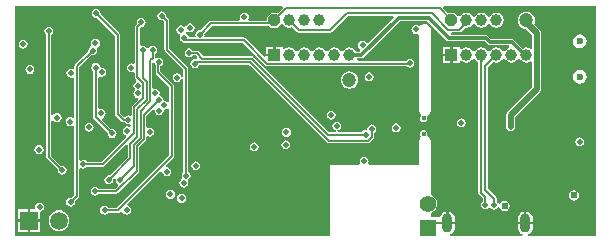
<source format=gbr>
%TF.GenerationSoftware,Altium Limited,Altium Designer,19.0.15 (446)*%
G04 Layer_Physical_Order=2*
G04 Layer_Color=14461039*
%FSLAX26Y26*%
%MOIN*%
%TF.FileFunction,Copper,L2,Inr,Signal*%
%TF.Part,Single*%
G01*
G75*
%TA.AperFunction,Conductor*%
%ADD54C,0.008000*%
%ADD57C,0.010000*%
%ADD58C,0.007874*%
%ADD60C,0.006000*%
%ADD61C,0.007992*%
%ADD63C,0.020000*%
%ADD64C,0.006063*%
%TA.AperFunction,ComponentPad*%
%ADD67C,0.039370*%
G04:AMPARAMS|DCode=68|XSize=39mil|YSize=39mil|CornerRadius=0mil|HoleSize=0mil|Usage=FLASHONLY|Rotation=0.000|XOffset=0mil|YOffset=0mil|HoleType=Round|Shape=Octagon|*
%AMOCTAGOND68*
4,1,8,0.019500,-0.009750,0.019500,0.009750,0.009750,0.019500,-0.009750,0.019500,-0.019500,0.009750,-0.019500,-0.009750,-0.009750,-0.019500,0.009750,-0.019500,0.019500,-0.009750,0.0*
%
%ADD68OCTAGOND68*%

%ADD69C,0.023622*%
%ADD70O,0.035433X0.062992*%
%TA.AperFunction,WasherPad*%
%ADD71C,0.015000*%
%TA.AperFunction,ComponentPad*%
%ADD72R,0.039000X0.039000*%
%ADD73C,0.059055*%
%ADD74R,0.059055X0.059055*%
%ADD75C,0.047244*%
%ADD76C,0.055118*%
%ADD77R,0.055118X0.055118*%
%TA.AperFunction,ViaPad*%
%ADD78C,0.024000*%
%ADD79C,0.019685*%
%ADD80C,0.025984*%
%TA.AperFunction,Conductor*%
%ADD81C,0.025000*%
%ADD82C,0.012008*%
G36*
X1275242Y738908D02*
X1189489Y653155D01*
X1182771Y654922D01*
X1180526Y658280D01*
X1175643Y661544D01*
X1169882Y662689D01*
X1164122Y661544D01*
X1159238Y658280D01*
X1155975Y653397D01*
X1154829Y647636D01*
X1155975Y641876D01*
X1159238Y636992D01*
X1161448Y635516D01*
X1162603Y629095D01*
X1159466Y625312D01*
X1148135D01*
X1143724Y631913D01*
X1135585Y637352D01*
X1125984Y639261D01*
X1116383Y637352D01*
X1108244Y631913D01*
X1104354Y626091D01*
X1097614D01*
X1093724Y631913D01*
X1085585Y637352D01*
X1081507Y638163D01*
X1079855Y639267D01*
X1075984Y640037D01*
X1072113Y639267D01*
X1070461Y638163D01*
X1066383Y637352D01*
X1058244Y631913D01*
X1054354Y626091D01*
X1047614D01*
X1043724Y631913D01*
X1035585Y637352D01*
X1025984Y639261D01*
X1016383Y637352D01*
X1008244Y631913D01*
X1004354Y626091D01*
X997615D01*
X993724Y631913D01*
X985585Y637352D01*
X975984Y639261D01*
X966383Y637352D01*
X958244Y631913D01*
X954354Y626091D01*
X947615D01*
X943724Y631913D01*
X935585Y637352D01*
X925984Y639261D01*
X916383Y637352D01*
X909358Y632658D01*
X903358Y634579D01*
Y641547D01*
X879921D01*
Y614173D01*
X875984D01*
Y610236D01*
X847650D01*
X843067Y608338D01*
X781478Y669927D01*
X778527Y671898D01*
X775046Y672591D01*
X646123D01*
X642484Y678591D01*
X643213Y682258D01*
X642850Y684084D01*
X669156Y710391D01*
X858883D01*
X863774Y705500D01*
X888195D01*
X898564Y715869D01*
X905695Y715995D01*
X908244Y712181D01*
X916383Y706742D01*
X925984Y704833D01*
X935585Y706742D01*
X936017Y707031D01*
X951254Y691794D01*
X954203Y689823D01*
X957683Y689131D01*
X1062004D01*
X1065484Y689823D01*
X1068433Y691794D01*
X1121091Y744451D01*
X1272946D01*
X1275242Y738908D01*
D02*
G37*
G36*
X902086Y777367D02*
X904572Y771367D01*
X887548Y754342D01*
X863774D01*
X851563Y742132D01*
Y728583D01*
X792896D01*
X789688Y734583D01*
X790089Y735183D01*
X791235Y740943D01*
X790089Y746704D01*
X786826Y751587D01*
X781943Y754851D01*
X776182Y755996D01*
X770422Y754851D01*
X765538Y751587D01*
X762275Y746704D01*
X761129Y740943D01*
X762275Y735183D01*
X762676Y734583D01*
X759469Y728583D01*
X665388D01*
X661907Y727890D01*
X658956Y725919D01*
X629986Y696948D01*
X628160Y697311D01*
X622399Y696166D01*
X617516Y692903D01*
X614253Y688019D01*
X613107Y682258D01*
X613837Y678591D01*
X610197Y672591D01*
X590648D01*
X590017Y675760D01*
X586754Y680644D01*
X581871Y683907D01*
X580268Y689952D01*
X580525Y690445D01*
X587706Y692222D01*
X589517Y691013D01*
X595277Y689867D01*
X601038Y691013D01*
X605921Y694276D01*
X609184Y699159D01*
X610330Y704920D01*
X609184Y710680D01*
X605921Y715564D01*
X601038Y718827D01*
X595277Y719973D01*
X589517Y718827D01*
X584633Y715564D01*
X581370Y710680D01*
X581185Y709750D01*
X574819Y708477D01*
X569935Y711740D01*
X564175Y712886D01*
X558414Y711740D01*
X553531Y708477D01*
X550268Y703594D01*
X549122Y697833D01*
X550268Y692073D01*
X553531Y687189D01*
X558414Y683926D01*
X560205Y683570D01*
X562966Y676903D01*
X562203Y675760D01*
X561057Y670000D01*
X562203Y664239D01*
X565466Y659356D01*
X570350Y656093D01*
X576110Y654947D01*
X578364Y655395D01*
X578819Y655091D01*
X582300Y654399D01*
X771278D01*
X846542Y579135D01*
X849493Y577163D01*
X852974Y576471D01*
X1317321D01*
X1321991Y573350D01*
X1327752Y572204D01*
X1333512Y573350D01*
X1338396Y576613D01*
X1341659Y581496D01*
X1342805Y587257D01*
X1341659Y593017D01*
X1338396Y597901D01*
X1333512Y601164D01*
X1327752Y602310D01*
X1321991Y601164D01*
X1317108Y597901D01*
X1314944Y594663D01*
X1154065D01*
X1150666Y600663D01*
X1152087Y603034D01*
X1166261D01*
X1170524Y603882D01*
X1174137Y606297D01*
X1295284Y727443D01*
X1385421D01*
X1404826Y708038D01*
X1449497Y663367D01*
X1453111Y660952D01*
X1457374Y660105D01*
X1576275D01*
X1586792Y649588D01*
X1590406Y647173D01*
X1594669Y646325D01*
X1657722D01*
X1659500Y643980D01*
X1656987Y637362D01*
X1656935Y637352D01*
X1648795Y631913D01*
X1644905Y626091D01*
X1638166D01*
X1634276Y631913D01*
X1626136Y637352D01*
X1616535Y639261D01*
X1606935Y637352D01*
X1598795Y631913D01*
X1594905Y626091D01*
X1588166D01*
X1584276Y631913D01*
X1576136Y637352D01*
X1566535Y639261D01*
X1556935Y637352D01*
X1548795Y631913D01*
X1544905Y626091D01*
X1538166D01*
X1534276Y631913D01*
X1526136Y637352D01*
X1516535Y639261D01*
X1506935Y637352D01*
X1499909Y632658D01*
X1493909Y634579D01*
Y641547D01*
X1470472D01*
Y614173D01*
Y586799D01*
X1493909D01*
Y593767D01*
X1499909Y595688D01*
X1506935Y590994D01*
X1516535Y589085D01*
X1526136Y590994D01*
X1534276Y596433D01*
X1538166Y602255D01*
X1544905D01*
X1548795Y596433D01*
X1555236Y592130D01*
X1555615Y590223D01*
X1555864Y589850D01*
Y154247D01*
X1556557Y150766D01*
X1558529Y147815D01*
X1570038Y136306D01*
Y126639D01*
X1568490Y125605D01*
X1565227Y120721D01*
X1564081Y114961D01*
X1565227Y109200D01*
X1568490Y104317D01*
X1573373Y101053D01*
X1579134Y99908D01*
X1584894Y101053D01*
X1589778Y104317D01*
X1590013Y104669D01*
X1597229D01*
X1598017Y103490D01*
X1602901Y100227D01*
X1608661Y99081D01*
X1614422Y100227D01*
X1619305Y103490D01*
X1621151Y106251D01*
X1627520Y104984D01*
X1627761Y103773D01*
X1631501Y98176D01*
X1637098Y94436D01*
X1643701Y93123D01*
X1650303Y94436D01*
X1655900Y98176D01*
X1659640Y103773D01*
X1660953Y110376D01*
X1659640Y116978D01*
X1655900Y122575D01*
X1650303Y126315D01*
X1643701Y127628D01*
X1637098Y126315D01*
X1631501Y122575D01*
X1628921Y118714D01*
X1622629Y119591D01*
X1622569Y119894D01*
X1619305Y124778D01*
X1617757Y125812D01*
Y134912D01*
X1617065Y138393D01*
X1615093Y141344D01*
X1587049Y169388D01*
Y574185D01*
X1605091Y592227D01*
X1606935Y590994D01*
X1616535Y589085D01*
X1626136Y590994D01*
X1634276Y596433D01*
X1638166Y602255D01*
X1644905D01*
X1648795Y596433D01*
X1656935Y590994D01*
X1666535Y589085D01*
X1676136Y590994D01*
X1684276Y596433D01*
X1688166Y602255D01*
X1694905D01*
X1698795Y596433D01*
X1706935Y590994D01*
X1716535Y589085D01*
X1726136Y590994D01*
X1729928Y593528D01*
X1735928Y590321D01*
Y507995D01*
X1653809Y425876D01*
X1650511Y420940D01*
X1649353Y415118D01*
Y380343D01*
X1648330Y375196D01*
X1649475Y369436D01*
X1652738Y364552D01*
X1657622Y361289D01*
X1663382Y360143D01*
X1669143Y361289D01*
X1674027Y364552D01*
X1674269Y364915D01*
X1675324Y365620D01*
X1678622Y370556D01*
X1679781Y376378D01*
Y408816D01*
X1761899Y490935D01*
X1765197Y495871D01*
X1766355Y501693D01*
Y687549D01*
X1765197Y693371D01*
X1761899Y698307D01*
X1742130Y718076D01*
X1743950Y722470D01*
X1744931Y729921D01*
X1743950Y737373D01*
X1741074Y744316D01*
X1736499Y750279D01*
X1730536Y754854D01*
X1723593Y757730D01*
X1716142Y758711D01*
X1708690Y757730D01*
X1701747Y754854D01*
X1695784Y750279D01*
X1691209Y744316D01*
X1688333Y737373D01*
X1687352Y729921D01*
X1688333Y722470D01*
X1691209Y715527D01*
X1695784Y709564D01*
X1701747Y704989D01*
X1708690Y702113D01*
X1716029Y701146D01*
X1735928Y681247D01*
Y638025D01*
X1729928Y634818D01*
X1726136Y637352D01*
X1716535Y639261D01*
X1706935Y637352D01*
X1704251Y635559D01*
X1674469Y665341D01*
X1670855Y667756D01*
X1666592Y668604D01*
X1599283D01*
X1588766Y679120D01*
X1585152Y681535D01*
X1580889Y682383D01*
X1466582D01*
X1465684Y683727D01*
X1468891Y689727D01*
X1492126D01*
X1495605Y690419D01*
X1498555Y692390D01*
X1511917Y705751D01*
X1516535Y704833D01*
X1526136Y706742D01*
X1534276Y712181D01*
X1538166Y718003D01*
X1544905D01*
X1548795Y712181D01*
X1556935Y706742D01*
X1566535Y704833D01*
X1576136Y706742D01*
X1584276Y712181D01*
X1588166Y718003D01*
X1594905D01*
X1598795Y712181D01*
X1606935Y706742D01*
X1616535Y704833D01*
X1626136Y706742D01*
X1634276Y712181D01*
X1639714Y720320D01*
X1641624Y729921D01*
X1639714Y739522D01*
X1634276Y747661D01*
X1626136Y753100D01*
X1616535Y755010D01*
X1606935Y753100D01*
X1598795Y747661D01*
X1594905Y741839D01*
X1588166D01*
X1584276Y747661D01*
X1576136Y753100D01*
X1566535Y755010D01*
X1556935Y753100D01*
X1548795Y747661D01*
X1544905Y741839D01*
X1538166D01*
X1534276Y747661D01*
X1526136Y753100D01*
X1516535Y755010D01*
X1506935Y753100D01*
X1498795Y747661D01*
X1496246Y743847D01*
X1489115Y743973D01*
X1478746Y754342D01*
X1454972D01*
X1437948Y771367D01*
X1440433Y777367D01*
X1948627D01*
Y10035D01*
X1722900D01*
X1721707Y16035D01*
X1725504Y17608D01*
X1730850Y21709D01*
X1734952Y27055D01*
X1737530Y33280D01*
X1738410Y39961D01*
Y49803D01*
X1712599D01*
X1686787D01*
Y39961D01*
X1687667Y33280D01*
X1690245Y27055D01*
X1694347Y21709D01*
X1699693Y17608D01*
X1703490Y16035D01*
X1702296Y10035D01*
X1463058D01*
X1461864Y16035D01*
X1465661Y17608D01*
X1471007Y21709D01*
X1475109Y27055D01*
X1477688Y33280D01*
X1478567Y39961D01*
Y49803D01*
X1452756D01*
Y53740D01*
X1448819D01*
Y92813D01*
X1446075Y92451D01*
X1439850Y89873D01*
X1434505Y85771D01*
X1430403Y80425D01*
X1427824Y74200D01*
X1422047Y74016D01*
Y74016D01*
X1399283D01*
Y88201D01*
X1402995Y89739D01*
X1409779Y94945D01*
X1414986Y101730D01*
X1418258Y109631D01*
X1419375Y118110D01*
X1418258Y126589D01*
X1414986Y134490D01*
X1409779Y141275D01*
X1402995Y146482D01*
X1399283Y148019D01*
Y247269D01*
X1397830D01*
X1397830Y324498D01*
X1397831Y326457D01*
X1397486Y328193D01*
X1397067Y330297D01*
X1397067Y330297D01*
X1395569Y333915D01*
X1395569Y333916D01*
X1394206Y335956D01*
X1393394Y337171D01*
X1390625Y339941D01*
X1390624Y339941D01*
X1390624Y339941D01*
X1388601Y341294D01*
X1387369Y342116D01*
X1385432Y347122D01*
X1386396Y351969D01*
X1385432Y356815D01*
X1382686Y360924D01*
X1378578Y363669D01*
X1373731Y364633D01*
X1368885Y363669D01*
X1364776Y360924D01*
X1362031Y356815D01*
X1361067Y351969D01*
X1362031Y347122D01*
X1364776Y343013D01*
X1362595Y337255D01*
X1362511Y337171D01*
X1360336Y333915D01*
X1358838Y330296D01*
X1358838Y330296D01*
X1358837Y330295D01*
X1358508Y328636D01*
X1358074Y326456D01*
X1358074Y326455D01*
X1358074Y326455D01*
X1358075Y324497D01*
Y247269D01*
X1191767D01*
X1188560Y253269D01*
X1189104Y254083D01*
X1190250Y259844D01*
X1189104Y265604D01*
X1185841Y270488D01*
X1180957Y273751D01*
X1175197Y274897D01*
X1169436Y273751D01*
X1164553Y270488D01*
X1161290Y265604D01*
X1160144Y259844D01*
X1161290Y254083D01*
X1161834Y253269D01*
X1158627Y247269D01*
X1062130D01*
Y10035D01*
X10035Y10035D01*
Y777367D01*
X902086D01*
D02*
G37*
%LPC*%
G36*
X872047Y641547D02*
X848610D01*
Y618110D01*
X872047D01*
Y641547D01*
D02*
G37*
G36*
X1378916Y718167D02*
X1375000Y717971D01*
X1371203Y717016D01*
X1367660Y715337D01*
X1364517Y713001D01*
X1364198Y712648D01*
X1359741Y710785D01*
X1356025Y711982D01*
X1353674Y713553D01*
X1347913Y714699D01*
X1342153Y713553D01*
X1337269Y710290D01*
X1334006Y705406D01*
X1332860Y699646D01*
X1334006Y693885D01*
X1337269Y689001D01*
X1342153Y685738D01*
X1347913Y684593D01*
X1352074Y685420D01*
X1358074Y682012D01*
X1358074Y433072D01*
X1358074Y431114D01*
X1358074Y431114D01*
X1358074Y431113D01*
X1358453Y429205D01*
X1358837Y427274D01*
X1358837Y427274D01*
X1358837Y427273D01*
X1360335Y423655D01*
X1360335Y423655D01*
X1360336Y423654D01*
X1361428Y422019D01*
X1362510Y420399D01*
X1362511Y420399D01*
X1362511Y420399D01*
X1364068Y418842D01*
X1364785Y412105D01*
X1364252Y411308D01*
X1362040Y407996D01*
X1361076Y403150D01*
X1362040Y398303D01*
X1364785Y394194D01*
X1368894Y391449D01*
X1373740Y390485D01*
X1378587Y391449D01*
X1382695Y394194D01*
X1385441Y398303D01*
X1386405Y403150D01*
X1385441Y407996D01*
X1385246Y408287D01*
X1385191Y408498D01*
X1387369Y415453D01*
X1387369Y415454D01*
X1390624Y417629D01*
X1393393Y420399D01*
X1395568Y423654D01*
X1397067Y427273D01*
X1397830Y431113D01*
X1397830Y433068D01*
X1397830Y433070D01*
X1397831Y698695D01*
X1397781Y698945D01*
X1397818Y699196D01*
X1397720Y701154D01*
X1396766Y704952D01*
X1395086Y708495D01*
X1392751Y711638D01*
X1389843Y714269D01*
X1386483Y716279D01*
X1382790Y717596D01*
X1382219Y717681D01*
X1378916Y718167D01*
D02*
G37*
G36*
X1893701Y682530D02*
X1884868Y680773D01*
X1877380Y675770D01*
X1872377Y668282D01*
X1870620Y659449D01*
X1872377Y650616D01*
X1877380Y643128D01*
X1884868Y638124D01*
X1893701Y636367D01*
X1902534Y638124D01*
X1910022Y643128D01*
X1915025Y650616D01*
X1916782Y659449D01*
X1915025Y668282D01*
X1910022Y675770D01*
X1902534Y680773D01*
X1893701Y682530D01*
D02*
G37*
G36*
X38386Y665801D02*
X32625Y664655D01*
X27742Y661392D01*
X24479Y656508D01*
X23333Y650748D01*
X24479Y644987D01*
X27742Y640104D01*
X32625Y636841D01*
X38386Y635695D01*
X44146Y636841D01*
X49030Y640104D01*
X52293Y644987D01*
X53439Y650748D01*
X52293Y656508D01*
X49030Y661392D01*
X44146Y664655D01*
X38386Y665801D01*
D02*
G37*
G36*
X1462598Y641547D02*
X1439161D01*
Y618110D01*
X1462598D01*
Y641547D01*
D02*
G37*
G36*
X282427Y768042D02*
X276667Y766897D01*
X271783Y763634D01*
X268520Y758750D01*
X267374Y752989D01*
X268520Y747229D01*
X271783Y742345D01*
X276667Y739082D01*
X282427Y737936D01*
X285456Y738539D01*
X345799Y678196D01*
Y418124D01*
X346414Y415033D01*
X348165Y412413D01*
X368632Y391946D01*
X371252Y390195D01*
X374343Y389581D01*
X377356D01*
X379072Y387013D01*
X383955Y383750D01*
X389716Y382604D01*
X392888Y383235D01*
X397996Y379483D01*
X397947Y376878D01*
X392227Y374034D01*
X391251Y374686D01*
X385491Y375832D01*
X379730Y374686D01*
X374846Y371423D01*
X371583Y366539D01*
X370438Y360779D01*
X371583Y355018D01*
X374846Y350134D01*
X379730Y346871D01*
X380425Y346733D01*
X382401Y340223D01*
X300254Y258076D01*
X252237D01*
X250522Y260644D01*
X245638Y263907D01*
X239877Y265053D01*
X234117Y263907D01*
X231586Y262216D01*
X225586Y265164D01*
Y572516D01*
X267587Y614517D01*
X270616Y613915D01*
X276376Y615060D01*
X281260Y618323D01*
X284523Y623207D01*
X285669Y628968D01*
X284523Y634728D01*
X287450Y641148D01*
X290118Y642931D01*
X293382Y647815D01*
X294527Y653575D01*
X293382Y659336D01*
X290118Y664219D01*
X285235Y667482D01*
X279474Y668628D01*
X273714Y667482D01*
X268830Y664219D01*
X265567Y659336D01*
X264421Y653575D01*
X265567Y647815D01*
X262640Y641395D01*
X259972Y639612D01*
X256709Y634728D01*
X255563Y628968D01*
X256165Y625939D01*
X211799Y581573D01*
X210048Y578953D01*
X209433Y575862D01*
Y570898D01*
X203603Y567587D01*
X203433Y567615D01*
X197835Y568729D01*
X192074Y567583D01*
X187190Y564320D01*
X183927Y559436D01*
X182782Y553676D01*
X183927Y547915D01*
X187190Y543032D01*
X192074Y539768D01*
X197835Y538623D01*
X203433Y539736D01*
X203603Y539764D01*
X209433Y536453D01*
Y407934D01*
X203433Y404727D01*
X201331Y406132D01*
X195571Y407278D01*
X189810Y406132D01*
X184927Y402869D01*
X181663Y397985D01*
X180518Y392225D01*
X181663Y386464D01*
X184927Y381581D01*
X189810Y378317D01*
X195571Y377172D01*
X201331Y378317D01*
X203433Y379722D01*
X209433Y376515D01*
Y147639D01*
X199879Y138085D01*
X196850Y138687D01*
X191090Y137542D01*
X186206Y134278D01*
X182943Y129395D01*
X181797Y123634D01*
X182943Y117874D01*
X186206Y112990D01*
X191090Y109727D01*
X196850Y108581D01*
X202611Y109727D01*
X207494Y112990D01*
X210758Y117874D01*
X211903Y123634D01*
X211301Y126663D01*
X223221Y138583D01*
X224972Y141203D01*
X225586Y144294D01*
Y234836D01*
X231586Y237784D01*
X234117Y236093D01*
X239877Y234947D01*
X245638Y236093D01*
X250522Y239356D01*
X252237Y241923D01*
X303600D01*
X306690Y242538D01*
X309311Y244289D01*
X382184Y317163D01*
X388184Y314677D01*
Y273541D01*
X327101Y212458D01*
X324110Y213053D01*
X318350Y211907D01*
X313466Y208644D01*
X310203Y203760D01*
X309057Y198000D01*
X310203Y192239D01*
X313466Y187356D01*
X318350Y184093D01*
X324110Y182947D01*
X329871Y184093D01*
X334754Y187356D01*
X338017Y192239D01*
X339163Y198000D01*
X338706Y200300D01*
X342522Y203815D01*
X347679Y201127D01*
X347057Y198000D01*
X348203Y192239D01*
X351466Y187356D01*
X354592Y185267D01*
X356267Y178457D01*
X346320Y168510D01*
X290903D01*
X289187Y171077D01*
X284304Y174340D01*
X278543Y175486D01*
X272783Y174340D01*
X267899Y171077D01*
X264636Y166194D01*
X263490Y160433D01*
X264636Y154673D01*
X267899Y149789D01*
X272783Y146526D01*
X278543Y145380D01*
X284304Y146526D01*
X289187Y149789D01*
X290903Y152357D01*
X349665D01*
X352756Y152971D01*
X355376Y154722D01*
X423878Y223224D01*
X425629Y225844D01*
X426244Y228935D01*
Y306465D01*
X446564Y326785D01*
X448315Y329405D01*
X448930Y332496D01*
Y340117D01*
X454825Y343394D01*
X460586Y342248D01*
X466346Y343394D01*
X471230Y346657D01*
X474493Y351540D01*
X475639Y357301D01*
X474493Y363061D01*
X471230Y367945D01*
X466346Y371208D01*
X460586Y372354D01*
X454825Y371208D01*
X448930Y374485D01*
Y410925D01*
X471844Y433840D01*
X477374Y430884D01*
X477030Y429155D01*
X478176Y423394D01*
X481439Y418511D01*
X486323Y415248D01*
X492083Y414102D01*
X497844Y415248D01*
X502727Y418511D01*
X505990Y423394D01*
X507136Y429155D01*
X509801Y431819D01*
X515561Y432965D01*
X519687Y435722D01*
X522877Y434858D01*
X525687Y433274D01*
Y279235D01*
X350985Y104533D01*
X322631D01*
X320916Y107101D01*
X316032Y110364D01*
X310272Y111510D01*
X304511Y110364D01*
X299627Y107101D01*
X296364Y102217D01*
X295219Y96457D01*
X296364Y90696D01*
X299627Y85812D01*
X304511Y82549D01*
X310272Y81404D01*
X316032Y82549D01*
X320916Y85812D01*
X322631Y88380D01*
X354331D01*
X357421Y88995D01*
X360041Y90746D01*
X362827Y93531D01*
X369337Y91556D01*
X369508Y90696D01*
X372771Y85812D01*
X377655Y82549D01*
X383415Y81404D01*
X389176Y82549D01*
X394060Y85812D01*
X397323Y90696D01*
X398468Y96457D01*
X397323Y102217D01*
X394060Y107101D01*
X389176Y110364D01*
X388316Y110535D01*
X386341Y117045D01*
X497596Y228300D01*
X503126Y225345D01*
X503057Y225000D01*
X504203Y219239D01*
X507466Y214356D01*
X512350Y211093D01*
X518110Y209947D01*
X523871Y211093D01*
X528754Y214356D01*
X532017Y219239D01*
X533163Y225000D01*
X532017Y230760D01*
X528754Y235644D01*
X523871Y238907D01*
X518110Y240053D01*
X517766Y239984D01*
X514810Y245514D01*
X539475Y270179D01*
X541225Y272799D01*
X541840Y275890D01*
Y511085D01*
X541225Y514176D01*
X539475Y516796D01*
X496187Y560084D01*
Y575979D01*
X496760Y576093D01*
X501644Y579356D01*
X504907Y584240D01*
X506053Y590000D01*
X504907Y595760D01*
X501644Y600644D01*
X496760Y603907D01*
X491000Y605053D01*
X485240Y603907D01*
X483777Y602930D01*
X480480Y604388D01*
X478154Y606389D01*
Y618348D01*
X480722Y620063D01*
X483985Y624947D01*
X485131Y630707D01*
X483985Y636468D01*
X480722Y641351D01*
X475838Y644615D01*
X470078Y645760D01*
X464317Y644615D01*
X459434Y641351D01*
X456795Y637403D01*
X453841Y636811D01*
X453666Y636807D01*
X450214Y637275D01*
X447652Y641109D01*
X442768Y644372D01*
X437008Y645518D01*
X433321Y644784D01*
X427320Y648415D01*
Y703070D01*
X431851Y707570D01*
X437611Y708716D01*
X442495Y711979D01*
X445758Y716862D01*
X446904Y722623D01*
X445758Y728383D01*
X442495Y733267D01*
X437611Y736530D01*
X431851Y737676D01*
X426090Y736530D01*
X421207Y733267D01*
X417943Y728383D01*
X416798Y722623D01*
X417638Y718398D01*
X413533Y714293D01*
X411782Y711673D01*
X411168Y708582D01*
Y588950D01*
X405388Y585620D01*
X405168Y585649D01*
X399608Y586754D01*
X393848Y585609D01*
X388964Y582345D01*
X385701Y577462D01*
X384555Y571701D01*
X385701Y565941D01*
X388964Y561057D01*
X393848Y557794D01*
X399608Y556648D01*
X405168Y557754D01*
X405388Y557783D01*
X411168Y554452D01*
Y539912D01*
X411782Y536821D01*
X413533Y534201D01*
X416252Y531482D01*
X414430Y524818D01*
X410931Y522480D01*
X407668Y517596D01*
X406522Y511836D01*
X407668Y506075D01*
X410931Y501192D01*
X410935Y501189D01*
Y496888D01*
X407671Y492005D01*
X406526Y486244D01*
X407671Y480483D01*
X410935Y475600D01*
X415818Y472337D01*
X420069Y471491D01*
X422162Y467212D01*
X422432Y465369D01*
X402315Y445253D01*
X400565Y442632D01*
X399950Y439542D01*
Y415242D01*
X393950Y411868D01*
X389716Y412710D01*
X383955Y411564D01*
X379072Y408301D01*
X375475Y407947D01*
X361952Y421469D01*
Y681541D01*
X361337Y684632D01*
X359587Y687252D01*
X296878Y749961D01*
X297480Y752989D01*
X296334Y758750D01*
X293071Y763634D01*
X288188Y766897D01*
X282427Y768042D01*
D02*
G37*
G36*
X592110Y636053D02*
X586350Y634907D01*
X581466Y631644D01*
X578203Y626760D01*
X577057Y621000D01*
X578203Y615239D01*
X581466Y610356D01*
X586350Y607093D01*
X592110Y605947D01*
X597871Y607093D01*
X602754Y610356D01*
X604470Y612923D01*
X614328D01*
X619431Y607820D01*
X618273Y600493D01*
X616783Y599733D01*
X611022Y600879D01*
X605262Y599733D01*
X600378Y596470D01*
X597115Y591586D01*
X595969Y585826D01*
X597115Y580065D01*
X600378Y575182D01*
X605262Y571918D01*
X611022Y570773D01*
X616783Y571918D01*
X621667Y575182D01*
X624930Y580065D01*
X625409Y582475D01*
X791930D01*
X1051370Y323035D01*
X1053990Y321284D01*
X1057081Y320670D01*
X1188729D01*
X1191820Y321284D01*
X1194440Y323035D01*
X1206082Y334677D01*
X1207833Y337297D01*
X1208448Y340388D01*
Y355593D01*
X1211389Y357559D01*
X1214652Y362442D01*
X1215798Y368203D01*
X1214652Y373963D01*
X1211389Y378847D01*
X1206506Y382110D01*
X1200745Y383256D01*
X1194985Y382110D01*
X1190101Y378847D01*
X1186838Y373963D01*
X1185692Y368203D01*
X1180497Y363673D01*
X1174737Y362527D01*
X1169853Y359264D01*
X1168138Y356697D01*
X1087105D01*
X1086514Y362696D01*
X1090406Y363471D01*
X1095290Y366734D01*
X1098553Y371617D01*
X1099699Y377378D01*
X1098553Y383138D01*
X1095290Y388022D01*
X1090406Y391285D01*
X1084646Y392431D01*
X1078885Y391285D01*
X1074002Y388022D01*
X1070738Y383138D01*
X1069593Y377378D01*
X1070738Y371617D01*
X1074002Y366734D01*
X1078885Y363471D01*
X1082777Y362696D01*
X1082186Y356697D01*
X1057322D01*
X805898Y608120D01*
X803278Y609871D01*
X800187Y610486D01*
X639609D01*
X623384Y626711D01*
X620764Y628462D01*
X617673Y629076D01*
X604470D01*
X602754Y631644D01*
X597871Y634907D01*
X592110Y636053D01*
D02*
G37*
G36*
X1462598Y610236D02*
X1439161D01*
Y586799D01*
X1462598D01*
Y610236D01*
D02*
G37*
G36*
X60960Y581025D02*
X55199Y579880D01*
X50316Y576616D01*
X47053Y571733D01*
X45907Y565972D01*
X47053Y560212D01*
X50316Y555328D01*
X55199Y552065D01*
X60960Y550919D01*
X66720Y552065D01*
X71604Y555328D01*
X74867Y560212D01*
X76013Y565972D01*
X74867Y571733D01*
X71604Y576616D01*
X66720Y579880D01*
X60960Y581025D01*
D02*
G37*
G36*
X280514Y586986D02*
X274753Y585841D01*
X269870Y582577D01*
X266607Y577694D01*
X265461Y571933D01*
X266607Y566173D01*
X269870Y561289D01*
X271482Y560212D01*
Y407283D01*
X272170Y403826D01*
X274127Y400896D01*
X320367Y354657D01*
X319988Y352755D01*
X321134Y346995D01*
X324397Y342111D01*
X329281Y338848D01*
X335041Y337702D01*
X340802Y338848D01*
X345685Y342111D01*
X348949Y346995D01*
X350094Y352755D01*
X348949Y358516D01*
X345685Y363399D01*
X340802Y366662D01*
X335041Y367808D01*
X333140Y367430D01*
X301660Y398910D01*
X303635Y405420D01*
X304975Y405687D01*
X309859Y408950D01*
X313122Y413833D01*
X314268Y419594D01*
X313122Y425354D01*
X309859Y430238D01*
X304975Y433501D01*
X299215Y434647D01*
X295546Y433917D01*
X289546Y437556D01*
Y539013D01*
X295546Y542284D01*
X300000Y541398D01*
X305760Y542543D01*
X310644Y545807D01*
X313907Y550690D01*
X315053Y556451D01*
X313907Y562211D01*
X310644Y567095D01*
X305760Y570358D01*
X300000Y571504D01*
X294647Y576557D01*
X294421Y577694D01*
X291158Y582577D01*
X286274Y585841D01*
X280514Y586986D01*
D02*
G37*
G36*
X500766Y759729D02*
X495005Y758583D01*
X490122Y755320D01*
X486858Y750436D01*
X485713Y744676D01*
X486858Y738915D01*
X490122Y734032D01*
X495005Y730769D01*
X500766Y729623D01*
X503794Y730225D01*
X509640Y724380D01*
Y632294D01*
X510255Y629203D01*
X512006Y626583D01*
X573057Y565531D01*
Y539963D01*
X567057Y539373D01*
X566074Y544314D01*
X562811Y549198D01*
X557927Y552461D01*
X552167Y553607D01*
X546406Y552461D01*
X541523Y549198D01*
X538260Y544314D01*
X537114Y538554D01*
X538260Y532793D01*
X541523Y527910D01*
X546406Y524647D01*
X552167Y523501D01*
X557927Y524647D01*
X562811Y527910D01*
X566074Y532793D01*
X567057Y537735D01*
X573057Y537144D01*
Y224315D01*
X571127Y223025D01*
X567864Y218142D01*
X566718Y212381D01*
X567791Y206988D01*
X568252Y200962D01*
X565989Y199450D01*
X563368Y197699D01*
X560105Y192815D01*
X558960Y187055D01*
X560105Y181294D01*
X563368Y176411D01*
X568252Y173148D01*
X574013Y172002D01*
X579773Y173148D01*
X584657Y176411D01*
X587920Y181294D01*
X589066Y187055D01*
X587993Y192448D01*
X587532Y198474D01*
X589795Y199986D01*
X592415Y201737D01*
X595679Y206621D01*
X596824Y212381D01*
X595679Y218142D01*
X592415Y223025D01*
X589210Y225167D01*
Y568877D01*
X588595Y571968D01*
X586845Y574588D01*
X525793Y635639D01*
Y727725D01*
X525178Y730816D01*
X523428Y733436D01*
X515216Y741647D01*
X515819Y744676D01*
X514673Y750436D01*
X511410Y755320D01*
X506526Y758583D01*
X500766Y759729D01*
D02*
G37*
G36*
X1192000Y556053D02*
X1186239Y554907D01*
X1181356Y551644D01*
X1178093Y546760D01*
X1176947Y541000D01*
X1178093Y535240D01*
X1181356Y530356D01*
X1186239Y527093D01*
X1192000Y525947D01*
X1197761Y527093D01*
X1202644Y530356D01*
X1205907Y535240D01*
X1207053Y541000D01*
X1205907Y546760D01*
X1202644Y551644D01*
X1197761Y554907D01*
X1192000Y556053D01*
D02*
G37*
G36*
X1893701Y564420D02*
X1884868Y562663D01*
X1877380Y557659D01*
X1872377Y550171D01*
X1870620Y541338D01*
X1872377Y532506D01*
X1877380Y525018D01*
X1884868Y520014D01*
X1893701Y518257D01*
X1902534Y520014D01*
X1910022Y525018D01*
X1915025Y532506D01*
X1916782Y541338D01*
X1915025Y550171D01*
X1910022Y557659D01*
X1902534Y562663D01*
X1893701Y564420D01*
D02*
G37*
G36*
X1126378Y559497D02*
X1118927Y558516D01*
X1111984Y555640D01*
X1106021Y551065D01*
X1101446Y545102D01*
X1098570Y538159D01*
X1097589Y530707D01*
X1098570Y523256D01*
X1101446Y516313D01*
X1106021Y510350D01*
X1111984Y505775D01*
X1118927Y502899D01*
X1126378Y501918D01*
X1133830Y502899D01*
X1140773Y505775D01*
X1146736Y510350D01*
X1151311Y516313D01*
X1154187Y523256D01*
X1155168Y530707D01*
X1154187Y538159D01*
X1151311Y545102D01*
X1146736Y551065D01*
X1140773Y555640D01*
X1133830Y558516D01*
X1126378Y559497D01*
D02*
G37*
G36*
X1065869Y429134D02*
X1060108Y427988D01*
X1055225Y424725D01*
X1051961Y419841D01*
X1050816Y414081D01*
X1051961Y408320D01*
X1055225Y403437D01*
X1060108Y400173D01*
X1065869Y399028D01*
X1071629Y400173D01*
X1076513Y403437D01*
X1079776Y408320D01*
X1080922Y414081D01*
X1079776Y419841D01*
X1076513Y424725D01*
X1071629Y427988D01*
X1065869Y429134D01*
D02*
G37*
G36*
X123955Y708984D02*
X118195Y707839D01*
X113311Y704576D01*
X110048Y699692D01*
X108902Y693931D01*
X110048Y688171D01*
X113311Y683287D01*
X115879Y681572D01*
Y275604D01*
X116493Y272513D01*
X118244Y269893D01*
X154782Y233355D01*
X154180Y230326D01*
X155326Y224566D01*
X158589Y219682D01*
X163472Y216419D01*
X169233Y215273D01*
X174993Y216419D01*
X179877Y219682D01*
X183140Y224566D01*
X184286Y230326D01*
X183140Y236087D01*
X179877Y240970D01*
X174993Y244233D01*
X169233Y245379D01*
X166204Y244777D01*
X132031Y278949D01*
Y395248D01*
X133025Y395960D01*
X140931Y394868D01*
X145814Y391604D01*
X151575Y390459D01*
X157335Y391604D01*
X162219Y394868D01*
X165482Y399751D01*
X166628Y405512D01*
X165482Y411272D01*
X162219Y416156D01*
X157335Y419419D01*
X151575Y420565D01*
X145814Y419419D01*
X140931Y416156D01*
X133025Y415064D01*
X132031Y415776D01*
Y681572D01*
X134599Y683287D01*
X137862Y688171D01*
X139008Y693931D01*
X137862Y699692D01*
X134599Y704576D01*
X129715Y707839D01*
X123955Y708984D01*
D02*
G37*
G36*
X1499258Y403263D02*
X1493497Y402117D01*
X1488614Y398854D01*
X1485351Y393971D01*
X1484205Y388210D01*
X1485351Y382450D01*
X1488614Y377566D01*
X1493497Y374303D01*
X1499258Y373157D01*
X1505018Y374303D01*
X1509902Y377566D01*
X1513165Y382450D01*
X1514311Y388210D01*
X1513165Y393971D01*
X1509902Y398854D01*
X1505018Y402117D01*
X1499258Y403263D01*
D02*
G37*
G36*
X258911Y388281D02*
X253151Y387135D01*
X248267Y383872D01*
X245004Y378988D01*
X243858Y373228D01*
X245004Y367467D01*
X248267Y362583D01*
X253151Y359320D01*
X258911Y358175D01*
X264672Y359320D01*
X269555Y362583D01*
X272818Y367467D01*
X273964Y373228D01*
X272818Y378988D01*
X269555Y383872D01*
X264672Y387135D01*
X258911Y388281D01*
D02*
G37*
G36*
X1282110Y386053D02*
X1276350Y384907D01*
X1271466Y381644D01*
X1268203Y376760D01*
X1267057Y371000D01*
X1268203Y365239D01*
X1271466Y360356D01*
X1276350Y357093D01*
X1282110Y355947D01*
X1287871Y357093D01*
X1292754Y360356D01*
X1296017Y365239D01*
X1297163Y371000D01*
X1296017Y376760D01*
X1292754Y381644D01*
X1287871Y384907D01*
X1282110Y386053D01*
D02*
G37*
G36*
X916110Y371053D02*
X910350Y369907D01*
X905466Y366644D01*
X902203Y361760D01*
X901057Y356000D01*
X902203Y350239D01*
X905466Y345356D01*
X910350Y342093D01*
X916110Y340947D01*
X921871Y342093D01*
X926754Y345356D01*
X930017Y350239D01*
X931163Y356000D01*
X930017Y361760D01*
X926754Y366644D01*
X921871Y369907D01*
X916110Y371053D01*
D02*
G37*
G36*
X1893799Y339553D02*
X1888039Y338407D01*
X1883155Y335144D01*
X1879892Y330260D01*
X1878746Y324500D01*
X1879892Y318739D01*
X1883155Y313856D01*
X1888039Y310593D01*
X1893799Y309447D01*
X1899560Y310593D01*
X1904443Y313856D01*
X1907706Y318739D01*
X1908852Y324500D01*
X1907706Y330260D01*
X1904443Y335144D01*
X1899560Y338407D01*
X1893799Y339553D01*
D02*
G37*
G36*
X914110Y330053D02*
X908350Y328907D01*
X903466Y325644D01*
X900203Y320760D01*
X899057Y315000D01*
X900203Y309239D01*
X903466Y304356D01*
X908350Y301093D01*
X914110Y299947D01*
X919871Y301093D01*
X924754Y304356D01*
X928017Y309239D01*
X929163Y315000D01*
X928017Y320760D01*
X924754Y325644D01*
X919871Y328907D01*
X914110Y330053D01*
D02*
G37*
G36*
X809055Y323212D02*
X803295Y322066D01*
X798411Y318803D01*
X795148Y313919D01*
X794002Y308159D01*
X795148Y302398D01*
X798411Y297515D01*
X803295Y294252D01*
X809055Y293106D01*
X814816Y294252D01*
X819699Y297515D01*
X822962Y302398D01*
X824108Y308159D01*
X822962Y313919D01*
X819699Y318803D01*
X814816Y322066D01*
X809055Y323212D01*
D02*
G37*
G36*
X91535Y314029D02*
X85775Y312884D01*
X80891Y309620D01*
X77628Y304737D01*
X76482Y298976D01*
X77628Y293216D01*
X80891Y288332D01*
X85775Y285069D01*
X91535Y283923D01*
X97296Y285069D01*
X102180Y288332D01*
X105443Y293216D01*
X106588Y298976D01*
X105443Y304737D01*
X102180Y309620D01*
X97296Y312884D01*
X91535Y314029D01*
D02*
G37*
G36*
X614110Y260053D02*
X608350Y258907D01*
X603466Y255644D01*
X600203Y250760D01*
X599057Y245000D01*
X600203Y239239D01*
X603466Y234356D01*
X608350Y231093D01*
X614110Y229947D01*
X619871Y231093D01*
X624754Y234356D01*
X628017Y239239D01*
X629163Y245000D01*
X628017Y250760D01*
X624754Y255644D01*
X619871Y258907D01*
X614110Y260053D01*
D02*
G37*
G36*
X529528Y164659D02*
X523767Y163513D01*
X518883Y160250D01*
X515620Y155367D01*
X514475Y149606D01*
X515620Y143846D01*
X518883Y138962D01*
X523767Y135699D01*
X529528Y134553D01*
X535288Y135699D01*
X540172Y138962D01*
X543435Y143846D01*
X544581Y149606D01*
X543435Y155367D01*
X540172Y160250D01*
X535288Y163513D01*
X529528Y164659D01*
D02*
G37*
G36*
X1874016Y163316D02*
X1867413Y162002D01*
X1861816Y158263D01*
X1858076Y152665D01*
X1856763Y146063D01*
X1858076Y139461D01*
X1861816Y133863D01*
X1867413Y130124D01*
X1874016Y128810D01*
X1880618Y130124D01*
X1886215Y133863D01*
X1889955Y139461D01*
X1891268Y146063D01*
X1889955Y152665D01*
X1886215Y158263D01*
X1880618Y162002D01*
X1874016Y163316D01*
D02*
G37*
G36*
X566929Y150880D02*
X561169Y149734D01*
X556285Y146471D01*
X553022Y141587D01*
X551876Y135827D01*
X553022Y130066D01*
X556285Y125183D01*
X561169Y121919D01*
X566929Y120774D01*
X572690Y121919D01*
X577573Y125183D01*
X580836Y130066D01*
X581982Y135827D01*
X580836Y141587D01*
X577573Y146471D01*
X572690Y149734D01*
X566929Y150880D01*
D02*
G37*
G36*
X93399Y121725D02*
X87638Y120580D01*
X82754Y117317D01*
X79491Y112433D01*
X78346Y106672D01*
X78523Y105783D01*
X73598Y99783D01*
X62205D01*
Y66318D01*
X95669D01*
Y92071D01*
X99159Y92765D01*
X104043Y96028D01*
X107306Y100912D01*
X108452Y106672D01*
X107306Y112433D01*
X104043Y117317D01*
X99159Y120580D01*
X93399Y121725D01*
D02*
G37*
G36*
X54331Y99783D02*
X20866D01*
Y66318D01*
X54331D01*
Y99783D01*
D02*
G37*
G36*
X1456693Y92813D02*
Y57678D01*
X1478567D01*
Y67520D01*
X1477688Y74200D01*
X1475109Y80425D01*
X1471007Y85771D01*
X1465661Y89873D01*
X1459436Y92451D01*
X1456693Y92813D01*
D02*
G37*
G36*
X1716536Y92813D02*
Y57677D01*
X1738410D01*
Y67520D01*
X1737530Y74200D01*
X1734952Y80425D01*
X1730850Y85771D01*
X1725504Y89873D01*
X1719279Y92451D01*
X1716536Y92813D01*
D02*
G37*
G36*
X1708662D02*
X1705918Y92451D01*
X1699693Y89873D01*
X1694347Y85771D01*
X1690245Y80425D01*
X1687667Y74200D01*
X1686787Y67520D01*
Y57677D01*
X1708662D01*
Y92813D01*
D02*
G37*
G36*
X158268Y97127D02*
X149275Y95943D01*
X140895Y92472D01*
X133698Y86950D01*
X128177Y79754D01*
X124706Y71374D01*
X123522Y62381D01*
X124706Y53388D01*
X128177Y45008D01*
X133698Y37812D01*
X140895Y32290D01*
X149275Y28819D01*
X158268Y27635D01*
X167261Y28819D01*
X175641Y32290D01*
X182837Y37812D01*
X188359Y45008D01*
X191830Y53388D01*
X193014Y62381D01*
X191830Y71374D01*
X188359Y79754D01*
X182837Y86950D01*
X175641Y92472D01*
X167261Y95943D01*
X158268Y97127D01*
D02*
G37*
G36*
X95669Y58444D02*
X62205D01*
Y24980D01*
X95669D01*
Y58444D01*
D02*
G37*
G36*
X54331D02*
X20866D01*
Y24980D01*
X54331D01*
Y58444D01*
D02*
G37*
%LPD*%
G36*
X476726Y586081D02*
X477093Y584240D01*
X480034Y579838D01*
Y556739D01*
X480649Y553648D01*
X482399Y551028D01*
X525687Y507740D01*
Y460470D01*
X522877Y458887D01*
X519687Y458022D01*
X515561Y460779D01*
X511808Y461526D01*
X506318Y464682D01*
X505172Y470443D01*
X501909Y475326D01*
X497846Y478041D01*
X492919Y481467D01*
X494065Y487227D01*
X492919Y492988D01*
X489656Y497871D01*
X484772Y501134D01*
X479012Y502280D01*
X475325Y501547D01*
X469324Y505177D01*
Y588640D01*
X470119Y589116D01*
X476726Y586081D01*
D02*
G37*
D54*
X1608661Y114134D02*
Y134912D01*
X1577953Y165621D02*
X1608661Y134912D01*
X1577953Y165621D02*
Y577953D01*
X1579134Y114961D02*
Y140073D01*
X1564961Y154247D02*
X1579134Y140073D01*
X1564961Y154247D02*
Y594095D01*
X1577953Y577953D02*
X1614173Y614173D01*
X582300Y663495D02*
X775046D01*
X852974Y585567D01*
X1326062D01*
X1327752Y587257D01*
X1614173Y614173D02*
X1616535D01*
X628160Y682258D02*
X665388Y719487D01*
X577110Y668685D02*
X582300Y663495D01*
X865550Y719487D02*
X875984Y729921D01*
X665388Y719487D02*
X865550D01*
D57*
X1564961Y594095D02*
Y618110D01*
X1075984Y629921D02*
X1076772Y629134D01*
D58*
X280514Y407283D02*
Y571933D01*
Y407283D02*
X335041Y352755D01*
D60*
X610439Y590551D02*
X795276D01*
X488110Y556739D02*
Y592500D01*
X636264Y602409D02*
X800187D01*
X617673Y621000D02*
X636264Y602409D01*
X795276Y590551D02*
X1057081Y328746D01*
X592110Y621000D02*
X617673D01*
X800187Y602409D02*
X1053977Y348620D01*
X1180497D01*
X470078Y605416D02*
Y630707D01*
X461248Y596586D02*
X470078Y605416D01*
X440853Y332496D02*
Y414270D01*
X419244Y539912D02*
X439342Y519813D01*
Y470858D02*
Y519813D01*
X419244Y539912D02*
Y708582D01*
X431851Y721189D01*
Y722623D01*
X461248Y459350D02*
Y596586D01*
X123955Y275604D02*
Y693931D01*
Y275604D02*
X169233Y230326D01*
X374343Y397657D02*
X389716D01*
X353876Y418124D02*
X374343Y397657D01*
X353876Y418124D02*
Y681541D01*
X408026Y354426D02*
Y439542D01*
X429932Y337020D02*
Y428034D01*
X408026Y439542D02*
X439342Y470858D01*
X429932Y428034D02*
X461248Y459350D01*
X418167Y309810D02*
X440853Y332496D01*
X407246Y314334D02*
X429932Y337020D01*
X303600Y250000D02*
X408026Y354426D01*
X440853Y414270D02*
X491265Y464682D01*
X533764Y275890D02*
Y511085D01*
X239877Y250000D02*
X303600D01*
X407246Y243136D02*
Y314334D01*
X418167Y228935D02*
Y309810D01*
X282427Y752989D02*
X353876Y681541D01*
X217510Y575862D02*
X270616Y628968D01*
X217510Y144294D02*
Y575862D01*
X500766Y744676D02*
X517716Y727725D01*
Y632294D02*
Y727725D01*
Y632294D02*
X581134Y568877D01*
Y213019D02*
Y568877D01*
X354331Y96457D02*
X533764Y275890D01*
X310272Y96457D02*
X354331D01*
X362110Y198000D02*
X407246Y243136D01*
X196850Y123634D02*
X217510Y144294D01*
X278543Y160433D02*
X349665D01*
X418167Y228935D01*
X581134Y213019D02*
X581771Y212381D01*
X488110Y556739D02*
X533764Y511085D01*
X1200371Y340388D02*
Y367829D01*
X1200745Y368203D01*
X1188729Y328746D02*
X1200371Y340388D01*
X1057081Y328746D02*
X1188729D01*
D61*
X1443661Y54685D02*
X1445669Y56693D01*
X1402717Y54685D02*
X1443661D01*
X1386614Y38583D02*
X1402717Y54685D01*
X1062004Y698223D02*
X1117325Y753543D01*
X957683Y698223D02*
X1062004D01*
X925984Y729921D02*
X957683Y698223D01*
X1455777Y698819D02*
X1492126D01*
X1401052Y753543D02*
X1455777Y698819D01*
X1117325Y753543D02*
X1401052D01*
X915551Y769488D02*
X1426968D01*
X1466535Y729921D01*
X875984D02*
X915551Y769488D01*
X1492126Y698819D02*
X1515748Y722441D01*
D63*
X1706693Y731998D02*
X1751142Y687549D01*
Y501693D02*
Y687549D01*
X1664567Y376378D02*
Y415118D01*
X1751142Y501693D01*
D64*
X437008Y537637D02*
X450295Y524350D01*
Y463887D02*
Y524350D01*
X437008Y537637D02*
Y630465D01*
X418979Y341557D02*
Y432571D01*
X450295Y463887D01*
X396293Y318870D02*
X418979Y341557D01*
X396293Y270183D02*
Y318870D01*
X324110Y198000D02*
X396293Y270183D01*
D67*
X1616535Y729921D02*
D03*
X1566535D02*
D03*
X1516535D02*
D03*
X925984D02*
D03*
X975984D02*
D03*
X1025984D02*
D03*
X925984Y614173D02*
D03*
X975984D02*
D03*
X1025984D02*
D03*
X1075984D02*
D03*
X1125984D02*
D03*
X1716535D02*
D03*
X1666535D02*
D03*
X1616535D02*
D03*
X1566535D02*
D03*
X1516535D02*
D03*
D68*
X1466535Y729921D02*
D03*
X875984D02*
D03*
D69*
X1893701Y659449D02*
D03*
Y541338D02*
D03*
D70*
X1712599Y53740D02*
D03*
X1452756D02*
D03*
D71*
X1373740Y403150D02*
D03*
X1373731Y351969D02*
D03*
D72*
X875984Y614173D02*
D03*
X1466535D02*
D03*
D73*
X158268Y62381D02*
D03*
D74*
X58268D02*
D03*
D75*
X1126378Y530707D02*
D03*
X1716142Y729921D02*
D03*
D76*
X1386614Y118110D02*
D03*
D77*
Y38583D02*
D03*
D78*
X1661417Y307087D02*
D03*
Y267717D02*
D03*
X1622047Y307087D02*
D03*
Y267716D02*
D03*
X1643701Y110376D02*
D03*
X1704721Y232283D02*
D03*
X1874016Y146063D02*
D03*
X1625000Y497087D02*
D03*
X1250000Y302165D02*
D03*
Y268701D02*
D03*
X613786Y145115D02*
D03*
X613858Y186929D02*
D03*
X784094Y96378D02*
D03*
Y23500D02*
D03*
X734094Y96378D02*
D03*
Y23500D02*
D03*
X884094D02*
D03*
Y96378D02*
D03*
X834094D02*
D03*
Y23500D02*
D03*
X700858Y105378D02*
D03*
X693858Y146378D02*
D03*
X934094Y96378D02*
D03*
X994724D02*
D03*
X1052724D02*
D03*
X1044724Y25000D02*
D03*
X994724Y23500D02*
D03*
X934094D02*
D03*
X636264Y50000D02*
D03*
X682337Y23500D02*
D03*
X617858Y96378D02*
D03*
D79*
X1499258Y388210D02*
D03*
X1663382Y375196D02*
D03*
X1456693Y251673D02*
D03*
X1579134Y114961D02*
D03*
X1449960Y339934D02*
D03*
X1608661Y114134D02*
D03*
X611022Y585826D02*
D03*
X93399Y106672D02*
D03*
X131890Y175197D02*
D03*
X470078Y630707D02*
D03*
X472197Y655362D02*
D03*
X1282110Y371000D02*
D03*
X1192000Y541000D02*
D03*
X300000Y556451D02*
D03*
X376432Y640915D02*
D03*
X491000Y590000D02*
D03*
X509801Y446872D02*
D03*
X479012Y487227D02*
D03*
X491265Y464682D02*
D03*
X564175Y697833D02*
D03*
X460586Y357301D02*
D03*
X389716Y397657D02*
D03*
X576110Y670000D02*
D03*
X831913Y470000D02*
D03*
X614110Y245000D02*
D03*
X574013Y187055D02*
D03*
X552167Y538554D02*
D03*
X628160Y682258D02*
D03*
X592110Y621000D02*
D03*
X581771Y212381D02*
D03*
X437008Y630465D02*
D03*
X492083Y429155D02*
D03*
X595277Y704920D02*
D03*
X421575Y511836D02*
D03*
X147766Y571933D02*
D03*
X197835Y553676D02*
D03*
X353876Y256760D02*
D03*
X123955Y693931D02*
D03*
X385491Y360779D02*
D03*
X458617Y404547D02*
D03*
X431851Y722623D02*
D03*
X421579Y486244D02*
D03*
X270616Y628968D02*
D03*
X280514Y571933D02*
D03*
X236220Y363189D02*
D03*
X169233Y230326D02*
D03*
X310272Y96457D02*
D03*
X239877Y250000D02*
D03*
X91535Y298976D02*
D03*
X196850Y123634D02*
D03*
X278543Y160433D02*
D03*
X324110Y198000D02*
D03*
X60960Y565972D02*
D03*
X279474Y653575D02*
D03*
X299215Y419594D02*
D03*
X191042D02*
D03*
X151575Y405512D02*
D03*
X335041Y352755D02*
D03*
X383415Y96457D02*
D03*
X282427Y752989D02*
D03*
X362110Y198000D02*
D03*
X500766Y744676D02*
D03*
X258911Y373228D02*
D03*
X195571Y392225D02*
D03*
X1347323Y670118D02*
D03*
X1347913Y699646D02*
D03*
X1169882Y647636D02*
D03*
X399608Y571701D02*
D03*
X1065869Y414081D02*
D03*
X826182Y740353D02*
D03*
X530498Y558014D02*
D03*
X776182Y740943D02*
D03*
X597049Y737203D02*
D03*
X1043308Y503542D02*
D03*
X914110Y315000D02*
D03*
X809055Y308159D02*
D03*
X38386Y650748D02*
D03*
X1200745Y368203D02*
D03*
X518110Y225000D02*
D03*
X916110Y356000D02*
D03*
X1180497Y348620D02*
D03*
X566929Y135827D02*
D03*
X529528Y149606D02*
D03*
X1327752Y587257D02*
D03*
X1893799Y324500D02*
D03*
X800913Y125433D02*
D03*
X743308Y174017D02*
D03*
X773913Y176433D02*
D03*
X1175197Y259844D02*
D03*
X497873Y123031D02*
D03*
X1084646Y377378D02*
D03*
X40354Y612562D02*
D03*
D80*
X602047Y364567D02*
D03*
Y411811D02*
D03*
Y459055D02*
D03*
Y506299D02*
D03*
X649291Y364567D02*
D03*
Y411811D02*
D03*
Y459055D02*
D03*
Y506299D02*
D03*
X696535Y364567D02*
D03*
Y411811D02*
D03*
Y459055D02*
D03*
Y506299D02*
D03*
X743779Y364567D02*
D03*
Y411811D02*
D03*
Y459055D02*
D03*
Y506299D02*
D03*
D81*
X1126514Y613521D02*
X1126575Y613582D01*
X1125984Y614173D02*
X1126575Y613582D01*
D82*
X1709883Y614173D02*
X1716535D01*
X1125984D02*
X1166261D01*
X1580889Y671244D02*
X1594669Y657464D01*
X1166261Y614173D02*
X1290670Y738583D01*
X1457374Y671244D02*
X1580889D01*
X1390035Y738583D02*
X1457374Y671244D01*
X1290670Y738583D02*
X1390035D01*
X1594669Y657464D02*
X1666592D01*
X1709883Y614173D01*
%TF.MD5,2f7704e562d2e28e26d8ddf9438a7464*%
M02*

</source>
